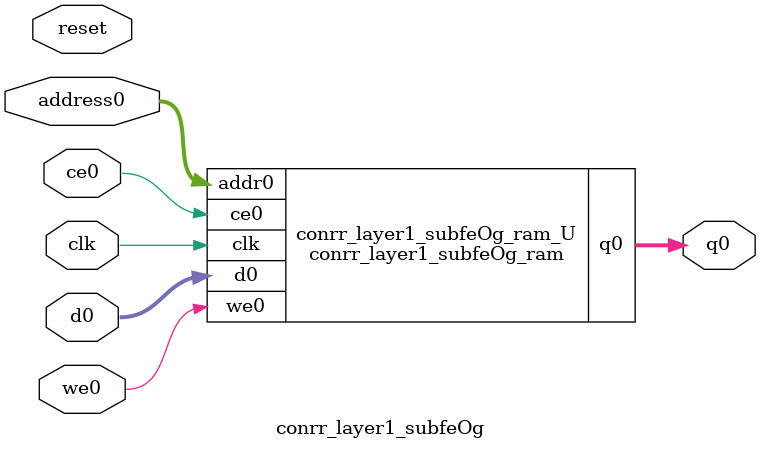
<source format=v>
`timescale 1 ns / 1 ps
module conrr_layer1_subfeOg_ram (addr0, ce0, d0, we0, q0,  clk);

parameter DWIDTH = 7;
parameter AWIDTH = 5;
parameter MEM_SIZE = 25;

input[AWIDTH-1:0] addr0;
input ce0;
input[DWIDTH-1:0] d0;
input we0;
output reg[DWIDTH-1:0] q0;
input clk;

(* ram_style = "distributed" *)reg [DWIDTH-1:0] ram[0:MEM_SIZE-1];




always @(posedge clk)  
begin 
    if (ce0) 
    begin
        if (we0) 
        begin 
            ram[addr0] <= d0; 
        end 
        q0 <= ram[addr0];
    end
end


endmodule

`timescale 1 ns / 1 ps
module conrr_layer1_subfeOg(
    reset,
    clk,
    address0,
    ce0,
    we0,
    d0,
    q0);

parameter DataWidth = 32'd7;
parameter AddressRange = 32'd25;
parameter AddressWidth = 32'd5;
input reset;
input clk;
input[AddressWidth - 1:0] address0;
input ce0;
input we0;
input[DataWidth - 1:0] d0;
output[DataWidth - 1:0] q0;



conrr_layer1_subfeOg_ram conrr_layer1_subfeOg_ram_U(
    .clk( clk ),
    .addr0( address0 ),
    .ce0( ce0 ),
    .we0( we0 ),
    .d0( d0 ),
    .q0( q0 ));

endmodule


</source>
